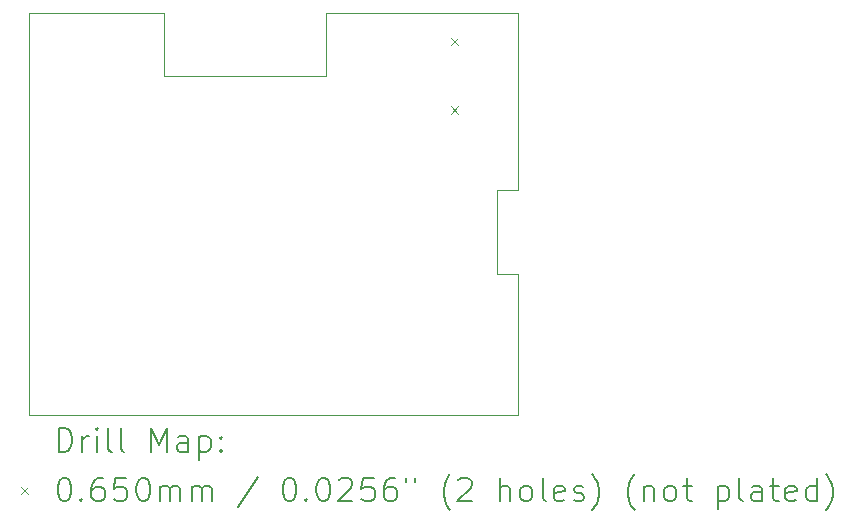
<source format=gbr>
%FSLAX45Y45*%
G04 Gerber Fmt 4.5, Leading zero omitted, Abs format (unit mm)*
G04 Created by KiCad (PCBNEW (6.0.2)) date 2022-03-15 02:10:09*
%MOMM*%
%LPD*%
G01*
G04 APERTURE LIST*
%TA.AperFunction,Profile*%
%ADD10C,0.050000*%
%TD*%
%ADD11C,0.200000*%
%ADD12C,0.065000*%
G04 APERTURE END LIST*
D10*
X9723120Y-4490500D02*
X9545320Y-4490500D01*
X9545320Y-4490500D02*
X9545320Y-5201700D01*
X9545320Y-5201700D02*
X9723120Y-5201700D01*
X9723120Y-5201700D02*
X9723120Y-6395500D01*
X9723120Y-6395500D02*
X5582920Y-6395500D01*
X5582920Y-6395500D02*
X5582920Y-2990306D01*
X5582920Y-2990306D02*
X6731000Y-2990526D01*
X6731000Y-2990526D02*
X6731000Y-3530600D01*
X6731000Y-3530600D02*
X8102600Y-3530600D01*
X8102600Y-3530600D02*
X8102600Y-2991900D01*
X8102600Y-2991900D02*
X9723120Y-2991900D01*
X9723120Y-2991900D02*
X9723120Y-4490500D01*
D11*
D12*
X9155800Y-3203799D02*
X9220800Y-3268799D01*
X9220800Y-3203799D02*
X9155800Y-3268799D01*
X9155800Y-3781799D02*
X9220800Y-3846799D01*
X9220800Y-3781799D02*
X9155800Y-3846799D01*
D11*
X5838039Y-6708476D02*
X5838039Y-6508476D01*
X5885658Y-6508476D01*
X5914229Y-6518000D01*
X5933277Y-6537048D01*
X5942801Y-6556095D01*
X5952325Y-6594190D01*
X5952325Y-6622762D01*
X5942801Y-6660857D01*
X5933277Y-6679905D01*
X5914229Y-6698952D01*
X5885658Y-6708476D01*
X5838039Y-6708476D01*
X6038039Y-6708476D02*
X6038039Y-6575143D01*
X6038039Y-6613238D02*
X6047563Y-6594190D01*
X6057087Y-6584667D01*
X6076134Y-6575143D01*
X6095182Y-6575143D01*
X6161848Y-6708476D02*
X6161848Y-6575143D01*
X6161848Y-6508476D02*
X6152325Y-6518000D01*
X6161848Y-6527524D01*
X6171372Y-6518000D01*
X6161848Y-6508476D01*
X6161848Y-6527524D01*
X6285658Y-6708476D02*
X6266610Y-6698952D01*
X6257087Y-6679905D01*
X6257087Y-6508476D01*
X6390420Y-6708476D02*
X6371372Y-6698952D01*
X6361848Y-6679905D01*
X6361848Y-6508476D01*
X6618991Y-6708476D02*
X6618991Y-6508476D01*
X6685658Y-6651333D01*
X6752325Y-6508476D01*
X6752325Y-6708476D01*
X6933277Y-6708476D02*
X6933277Y-6603714D01*
X6923753Y-6584667D01*
X6904706Y-6575143D01*
X6866610Y-6575143D01*
X6847563Y-6584667D01*
X6933277Y-6698952D02*
X6914229Y-6708476D01*
X6866610Y-6708476D01*
X6847563Y-6698952D01*
X6838039Y-6679905D01*
X6838039Y-6660857D01*
X6847563Y-6641809D01*
X6866610Y-6632286D01*
X6914229Y-6632286D01*
X6933277Y-6622762D01*
X7028515Y-6575143D02*
X7028515Y-6775143D01*
X7028515Y-6584667D02*
X7047563Y-6575143D01*
X7085658Y-6575143D01*
X7104706Y-6584667D01*
X7114229Y-6594190D01*
X7123753Y-6613238D01*
X7123753Y-6670381D01*
X7114229Y-6689428D01*
X7104706Y-6698952D01*
X7085658Y-6708476D01*
X7047563Y-6708476D01*
X7028515Y-6698952D01*
X7209468Y-6689428D02*
X7218991Y-6698952D01*
X7209468Y-6708476D01*
X7199944Y-6698952D01*
X7209468Y-6689428D01*
X7209468Y-6708476D01*
X7209468Y-6584667D02*
X7218991Y-6594190D01*
X7209468Y-6603714D01*
X7199944Y-6594190D01*
X7209468Y-6584667D01*
X7209468Y-6603714D01*
D12*
X5515420Y-7005500D02*
X5580420Y-7070500D01*
X5580420Y-7005500D02*
X5515420Y-7070500D01*
D11*
X5876134Y-6928476D02*
X5895182Y-6928476D01*
X5914229Y-6938000D01*
X5923753Y-6947524D01*
X5933277Y-6966571D01*
X5942801Y-7004667D01*
X5942801Y-7052286D01*
X5933277Y-7090381D01*
X5923753Y-7109428D01*
X5914229Y-7118952D01*
X5895182Y-7128476D01*
X5876134Y-7128476D01*
X5857087Y-7118952D01*
X5847563Y-7109428D01*
X5838039Y-7090381D01*
X5828515Y-7052286D01*
X5828515Y-7004667D01*
X5838039Y-6966571D01*
X5847563Y-6947524D01*
X5857087Y-6938000D01*
X5876134Y-6928476D01*
X6028515Y-7109428D02*
X6038039Y-7118952D01*
X6028515Y-7128476D01*
X6018991Y-7118952D01*
X6028515Y-7109428D01*
X6028515Y-7128476D01*
X6209468Y-6928476D02*
X6171372Y-6928476D01*
X6152325Y-6938000D01*
X6142801Y-6947524D01*
X6123753Y-6976095D01*
X6114229Y-7014190D01*
X6114229Y-7090381D01*
X6123753Y-7109428D01*
X6133277Y-7118952D01*
X6152325Y-7128476D01*
X6190420Y-7128476D01*
X6209468Y-7118952D01*
X6218991Y-7109428D01*
X6228515Y-7090381D01*
X6228515Y-7042762D01*
X6218991Y-7023714D01*
X6209468Y-7014190D01*
X6190420Y-7004667D01*
X6152325Y-7004667D01*
X6133277Y-7014190D01*
X6123753Y-7023714D01*
X6114229Y-7042762D01*
X6409468Y-6928476D02*
X6314229Y-6928476D01*
X6304706Y-7023714D01*
X6314229Y-7014190D01*
X6333277Y-7004667D01*
X6380896Y-7004667D01*
X6399944Y-7014190D01*
X6409468Y-7023714D01*
X6418991Y-7042762D01*
X6418991Y-7090381D01*
X6409468Y-7109428D01*
X6399944Y-7118952D01*
X6380896Y-7128476D01*
X6333277Y-7128476D01*
X6314229Y-7118952D01*
X6304706Y-7109428D01*
X6542801Y-6928476D02*
X6561848Y-6928476D01*
X6580896Y-6938000D01*
X6590420Y-6947524D01*
X6599944Y-6966571D01*
X6609468Y-7004667D01*
X6609468Y-7052286D01*
X6599944Y-7090381D01*
X6590420Y-7109428D01*
X6580896Y-7118952D01*
X6561848Y-7128476D01*
X6542801Y-7128476D01*
X6523753Y-7118952D01*
X6514229Y-7109428D01*
X6504706Y-7090381D01*
X6495182Y-7052286D01*
X6495182Y-7004667D01*
X6504706Y-6966571D01*
X6514229Y-6947524D01*
X6523753Y-6938000D01*
X6542801Y-6928476D01*
X6695182Y-7128476D02*
X6695182Y-6995143D01*
X6695182Y-7014190D02*
X6704706Y-7004667D01*
X6723753Y-6995143D01*
X6752325Y-6995143D01*
X6771372Y-7004667D01*
X6780896Y-7023714D01*
X6780896Y-7128476D01*
X6780896Y-7023714D02*
X6790420Y-7004667D01*
X6809468Y-6995143D01*
X6838039Y-6995143D01*
X6857087Y-7004667D01*
X6866610Y-7023714D01*
X6866610Y-7128476D01*
X6961848Y-7128476D02*
X6961848Y-6995143D01*
X6961848Y-7014190D02*
X6971372Y-7004667D01*
X6990420Y-6995143D01*
X7018991Y-6995143D01*
X7038039Y-7004667D01*
X7047563Y-7023714D01*
X7047563Y-7128476D01*
X7047563Y-7023714D02*
X7057087Y-7004667D01*
X7076134Y-6995143D01*
X7104706Y-6995143D01*
X7123753Y-7004667D01*
X7133277Y-7023714D01*
X7133277Y-7128476D01*
X7523753Y-6918952D02*
X7352325Y-7176095D01*
X7780896Y-6928476D02*
X7799944Y-6928476D01*
X7818991Y-6938000D01*
X7828515Y-6947524D01*
X7838039Y-6966571D01*
X7847563Y-7004667D01*
X7847563Y-7052286D01*
X7838039Y-7090381D01*
X7828515Y-7109428D01*
X7818991Y-7118952D01*
X7799944Y-7128476D01*
X7780896Y-7128476D01*
X7761848Y-7118952D01*
X7752325Y-7109428D01*
X7742801Y-7090381D01*
X7733277Y-7052286D01*
X7733277Y-7004667D01*
X7742801Y-6966571D01*
X7752325Y-6947524D01*
X7761848Y-6938000D01*
X7780896Y-6928476D01*
X7933277Y-7109428D02*
X7942801Y-7118952D01*
X7933277Y-7128476D01*
X7923753Y-7118952D01*
X7933277Y-7109428D01*
X7933277Y-7128476D01*
X8066610Y-6928476D02*
X8085658Y-6928476D01*
X8104706Y-6938000D01*
X8114229Y-6947524D01*
X8123753Y-6966571D01*
X8133277Y-7004667D01*
X8133277Y-7052286D01*
X8123753Y-7090381D01*
X8114229Y-7109428D01*
X8104706Y-7118952D01*
X8085658Y-7128476D01*
X8066610Y-7128476D01*
X8047563Y-7118952D01*
X8038039Y-7109428D01*
X8028515Y-7090381D01*
X8018991Y-7052286D01*
X8018991Y-7004667D01*
X8028515Y-6966571D01*
X8038039Y-6947524D01*
X8047563Y-6938000D01*
X8066610Y-6928476D01*
X8209468Y-6947524D02*
X8218991Y-6938000D01*
X8238039Y-6928476D01*
X8285658Y-6928476D01*
X8304706Y-6938000D01*
X8314229Y-6947524D01*
X8323753Y-6966571D01*
X8323753Y-6985619D01*
X8314229Y-7014190D01*
X8199944Y-7128476D01*
X8323753Y-7128476D01*
X8504706Y-6928476D02*
X8409468Y-6928476D01*
X8399944Y-7023714D01*
X8409468Y-7014190D01*
X8428515Y-7004667D01*
X8476134Y-7004667D01*
X8495182Y-7014190D01*
X8504706Y-7023714D01*
X8514230Y-7042762D01*
X8514230Y-7090381D01*
X8504706Y-7109428D01*
X8495182Y-7118952D01*
X8476134Y-7128476D01*
X8428515Y-7128476D01*
X8409468Y-7118952D01*
X8399944Y-7109428D01*
X8685658Y-6928476D02*
X8647563Y-6928476D01*
X8628515Y-6938000D01*
X8618991Y-6947524D01*
X8599944Y-6976095D01*
X8590420Y-7014190D01*
X8590420Y-7090381D01*
X8599944Y-7109428D01*
X8609468Y-7118952D01*
X8628515Y-7128476D01*
X8666610Y-7128476D01*
X8685658Y-7118952D01*
X8695182Y-7109428D01*
X8704706Y-7090381D01*
X8704706Y-7042762D01*
X8695182Y-7023714D01*
X8685658Y-7014190D01*
X8666610Y-7004667D01*
X8628515Y-7004667D01*
X8609468Y-7014190D01*
X8599944Y-7023714D01*
X8590420Y-7042762D01*
X8780896Y-6928476D02*
X8780896Y-6966571D01*
X8857087Y-6928476D02*
X8857087Y-6966571D01*
X9152325Y-7204667D02*
X9142801Y-7195143D01*
X9123753Y-7166571D01*
X9114230Y-7147524D01*
X9104706Y-7118952D01*
X9095182Y-7071333D01*
X9095182Y-7033238D01*
X9104706Y-6985619D01*
X9114230Y-6957048D01*
X9123753Y-6938000D01*
X9142801Y-6909428D01*
X9152325Y-6899905D01*
X9218991Y-6947524D02*
X9228515Y-6938000D01*
X9247563Y-6928476D01*
X9295182Y-6928476D01*
X9314230Y-6938000D01*
X9323753Y-6947524D01*
X9333277Y-6966571D01*
X9333277Y-6985619D01*
X9323753Y-7014190D01*
X9209468Y-7128476D01*
X9333277Y-7128476D01*
X9571372Y-7128476D02*
X9571372Y-6928476D01*
X9657087Y-7128476D02*
X9657087Y-7023714D01*
X9647563Y-7004667D01*
X9628515Y-6995143D01*
X9599944Y-6995143D01*
X9580896Y-7004667D01*
X9571372Y-7014190D01*
X9780896Y-7128476D02*
X9761849Y-7118952D01*
X9752325Y-7109428D01*
X9742801Y-7090381D01*
X9742801Y-7033238D01*
X9752325Y-7014190D01*
X9761849Y-7004667D01*
X9780896Y-6995143D01*
X9809468Y-6995143D01*
X9828515Y-7004667D01*
X9838039Y-7014190D01*
X9847563Y-7033238D01*
X9847563Y-7090381D01*
X9838039Y-7109428D01*
X9828515Y-7118952D01*
X9809468Y-7128476D01*
X9780896Y-7128476D01*
X9961849Y-7128476D02*
X9942801Y-7118952D01*
X9933277Y-7099905D01*
X9933277Y-6928476D01*
X10114230Y-7118952D02*
X10095182Y-7128476D01*
X10057087Y-7128476D01*
X10038039Y-7118952D01*
X10028515Y-7099905D01*
X10028515Y-7023714D01*
X10038039Y-7004667D01*
X10057087Y-6995143D01*
X10095182Y-6995143D01*
X10114230Y-7004667D01*
X10123753Y-7023714D01*
X10123753Y-7042762D01*
X10028515Y-7061809D01*
X10199944Y-7118952D02*
X10218991Y-7128476D01*
X10257087Y-7128476D01*
X10276134Y-7118952D01*
X10285658Y-7099905D01*
X10285658Y-7090381D01*
X10276134Y-7071333D01*
X10257087Y-7061809D01*
X10228515Y-7061809D01*
X10209468Y-7052286D01*
X10199944Y-7033238D01*
X10199944Y-7023714D01*
X10209468Y-7004667D01*
X10228515Y-6995143D01*
X10257087Y-6995143D01*
X10276134Y-7004667D01*
X10352325Y-7204667D02*
X10361849Y-7195143D01*
X10380896Y-7166571D01*
X10390420Y-7147524D01*
X10399944Y-7118952D01*
X10409468Y-7071333D01*
X10409468Y-7033238D01*
X10399944Y-6985619D01*
X10390420Y-6957048D01*
X10380896Y-6938000D01*
X10361849Y-6909428D01*
X10352325Y-6899905D01*
X10714230Y-7204667D02*
X10704706Y-7195143D01*
X10685658Y-7166571D01*
X10676134Y-7147524D01*
X10666610Y-7118952D01*
X10657087Y-7071333D01*
X10657087Y-7033238D01*
X10666610Y-6985619D01*
X10676134Y-6957048D01*
X10685658Y-6938000D01*
X10704706Y-6909428D01*
X10714230Y-6899905D01*
X10790420Y-6995143D02*
X10790420Y-7128476D01*
X10790420Y-7014190D02*
X10799944Y-7004667D01*
X10818991Y-6995143D01*
X10847563Y-6995143D01*
X10866610Y-7004667D01*
X10876134Y-7023714D01*
X10876134Y-7128476D01*
X10999944Y-7128476D02*
X10980896Y-7118952D01*
X10971372Y-7109428D01*
X10961849Y-7090381D01*
X10961849Y-7033238D01*
X10971372Y-7014190D01*
X10980896Y-7004667D01*
X10999944Y-6995143D01*
X11028515Y-6995143D01*
X11047563Y-7004667D01*
X11057087Y-7014190D01*
X11066610Y-7033238D01*
X11066610Y-7090381D01*
X11057087Y-7109428D01*
X11047563Y-7118952D01*
X11028515Y-7128476D01*
X10999944Y-7128476D01*
X11123753Y-6995143D02*
X11199944Y-6995143D01*
X11152325Y-6928476D02*
X11152325Y-7099905D01*
X11161849Y-7118952D01*
X11180896Y-7128476D01*
X11199944Y-7128476D01*
X11418991Y-6995143D02*
X11418991Y-7195143D01*
X11418991Y-7004667D02*
X11438039Y-6995143D01*
X11476134Y-6995143D01*
X11495182Y-7004667D01*
X11504706Y-7014190D01*
X11514229Y-7033238D01*
X11514229Y-7090381D01*
X11504706Y-7109428D01*
X11495182Y-7118952D01*
X11476134Y-7128476D01*
X11438039Y-7128476D01*
X11418991Y-7118952D01*
X11628515Y-7128476D02*
X11609468Y-7118952D01*
X11599944Y-7099905D01*
X11599944Y-6928476D01*
X11790420Y-7128476D02*
X11790420Y-7023714D01*
X11780896Y-7004667D01*
X11761848Y-6995143D01*
X11723753Y-6995143D01*
X11704706Y-7004667D01*
X11790420Y-7118952D02*
X11771372Y-7128476D01*
X11723753Y-7128476D01*
X11704706Y-7118952D01*
X11695182Y-7099905D01*
X11695182Y-7080857D01*
X11704706Y-7061809D01*
X11723753Y-7052286D01*
X11771372Y-7052286D01*
X11790420Y-7042762D01*
X11857087Y-6995143D02*
X11933277Y-6995143D01*
X11885658Y-6928476D02*
X11885658Y-7099905D01*
X11895182Y-7118952D01*
X11914229Y-7128476D01*
X11933277Y-7128476D01*
X12076134Y-7118952D02*
X12057087Y-7128476D01*
X12018991Y-7128476D01*
X11999944Y-7118952D01*
X11990420Y-7099905D01*
X11990420Y-7023714D01*
X11999944Y-7004667D01*
X12018991Y-6995143D01*
X12057087Y-6995143D01*
X12076134Y-7004667D01*
X12085658Y-7023714D01*
X12085658Y-7042762D01*
X11990420Y-7061809D01*
X12257087Y-7128476D02*
X12257087Y-6928476D01*
X12257087Y-7118952D02*
X12238039Y-7128476D01*
X12199944Y-7128476D01*
X12180896Y-7118952D01*
X12171372Y-7109428D01*
X12161848Y-7090381D01*
X12161848Y-7033238D01*
X12171372Y-7014190D01*
X12180896Y-7004667D01*
X12199944Y-6995143D01*
X12238039Y-6995143D01*
X12257087Y-7004667D01*
X12333277Y-7204667D02*
X12342801Y-7195143D01*
X12361848Y-7166571D01*
X12371372Y-7147524D01*
X12380896Y-7118952D01*
X12390420Y-7071333D01*
X12390420Y-7033238D01*
X12380896Y-6985619D01*
X12371372Y-6957048D01*
X12361848Y-6938000D01*
X12342801Y-6909428D01*
X12333277Y-6899905D01*
M02*

</source>
